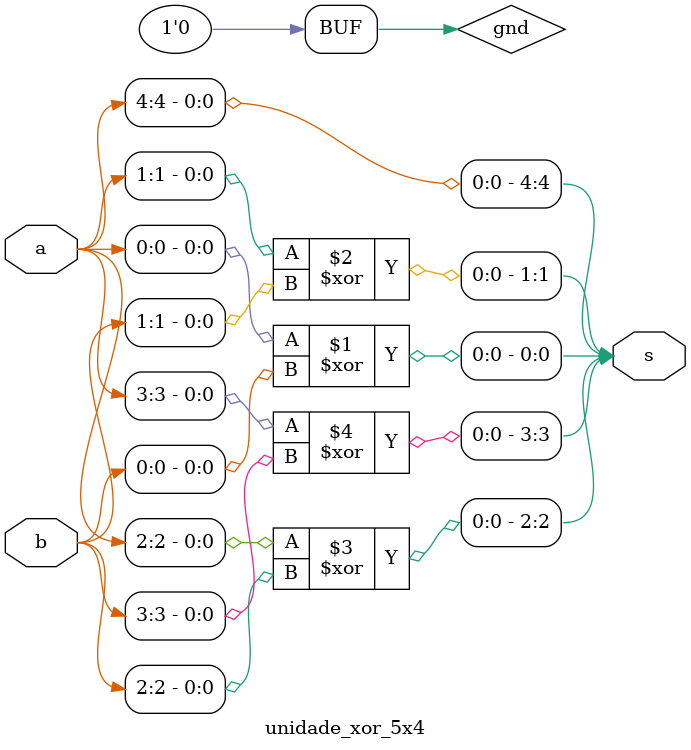
<source format=v>
module unidade_xor_5x4 (
	input wire [4:0] a,
	input wire [3:0] b,
	output [4:0] s
);
	wire gnd = 1'b0;
	
	xor or0 (s[0], a[0], b[0]);
	xor or1 (s[1], a[1], b[1]);
	xor or2 (s[2], a[2], b[2]);
	xor or3 (s[3], a[3], b[3]);
	xor or4 (s[4], a[4], gnd);


endmodule
</source>
